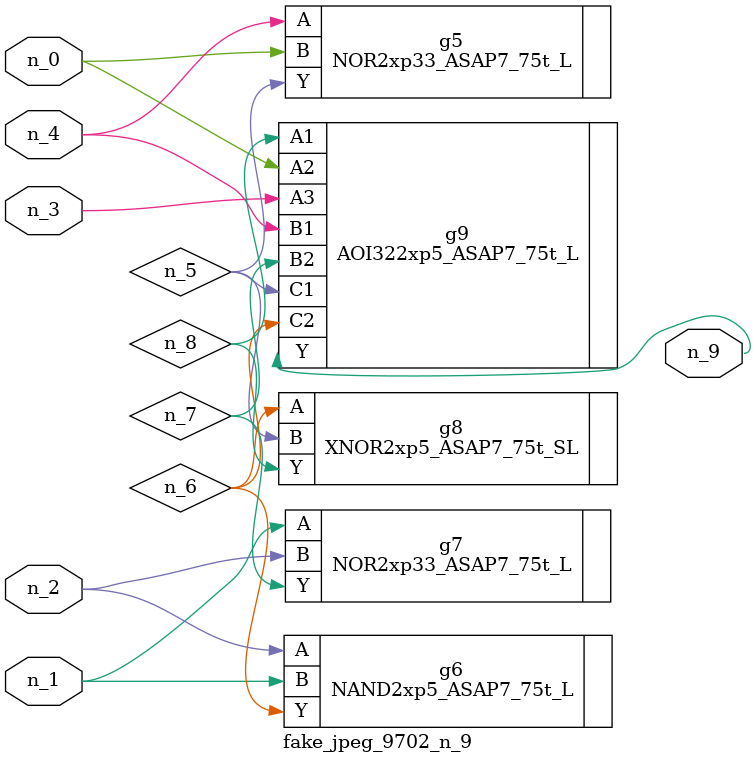
<source format=v>
module fake_jpeg_9702_n_9 (n_3, n_2, n_1, n_0, n_4, n_9);

input n_3;
input n_2;
input n_1;
input n_0;
input n_4;

output n_9;

wire n_8;
wire n_6;
wire n_5;
wire n_7;

NOR2xp33_ASAP7_75t_L g5 ( 
.A(n_4),
.B(n_0),
.Y(n_5)
);

NAND2xp5_ASAP7_75t_L g6 ( 
.A(n_2),
.B(n_1),
.Y(n_6)
);

NOR2xp33_ASAP7_75t_L g7 ( 
.A(n_1),
.B(n_2),
.Y(n_7)
);

XNOR2xp5_ASAP7_75t_SL g8 ( 
.A(n_6),
.B(n_5),
.Y(n_8)
);

AOI322xp5_ASAP7_75t_L g9 ( 
.A1(n_8),
.A2(n_0),
.A3(n_3),
.B1(n_4),
.B2(n_7),
.C1(n_5),
.C2(n_6),
.Y(n_9)
);


endmodule
</source>
